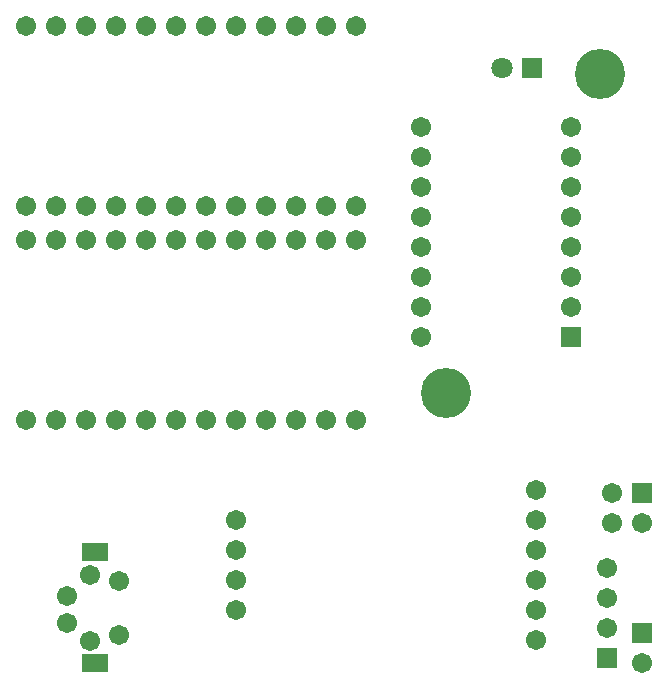
<source format=gbr>
G04 DipTrace 3.2.0.1*
G04 TopMask.gbr*
%MOIN*%
G04 #@! TF.FileFunction,Soldermask,Top*
G04 #@! TF.Part,Single*
%ADD25C,0.167*%
%ADD32R,0.087X0.06*%
%ADD34R,0.070992X0.070992*%
%ADD36C,0.070992*%
%ADD38C,0.067055*%
%ADD40R,0.067055X0.067055*%
%ADD42C,0.067055*%
%FSLAX26Y26*%
G04*
G70*
G90*
G75*
G01*
G04 TopMask*
%LPD*%
D42*
X466000Y1324125D3*
X566000D3*
X666000D3*
X766000D3*
X866000D3*
X966000D3*
X1066000D3*
X1166000D3*
X1266000D3*
X1366000D3*
X1466000D3*
X1566000D3*
X466000Y1924125D3*
X566000D3*
X666000D3*
X766000D3*
X866000D3*
X966000D3*
X1066000D3*
X1166000D3*
X1266000D3*
X1366000D3*
X1466000D3*
X1566000D3*
X466000Y2038125D3*
X566000D3*
X666000D3*
X766000D3*
X866000D3*
X966000D3*
X1066000D3*
X1166000D3*
X1266000D3*
X1366000D3*
X1466000D3*
X1566000D3*
X466000Y2638125D3*
X566000D3*
X666000D3*
X766000D3*
X866000D3*
X966000D3*
X1066000D3*
X1166000D3*
X1266000D3*
X1366000D3*
X1466000D3*
X1566000D3*
X1165000Y991125D3*
Y891125D3*
Y791125D3*
Y691125D3*
X2165000Y1091125D3*
Y991125D3*
Y891125D3*
Y791125D3*
Y691125D3*
Y591125D3*
D40*
X2284000Y1600125D3*
D38*
Y1700125D3*
Y1800125D3*
Y1900125D3*
Y2000125D3*
Y2100125D3*
Y2200125D3*
Y2300125D3*
X1784000D3*
Y2200125D3*
Y2100125D3*
Y2000125D3*
Y1900125D3*
Y1800125D3*
Y1700125D3*
Y1600125D3*
D40*
X2404000Y532125D3*
D38*
Y632125D3*
Y732125D3*
Y832125D3*
D40*
X2521000Y616125D3*
D38*
Y516125D3*
D40*
X2518000Y1081125D3*
D38*
Y981125D3*
X2418000Y1081125D3*
Y981125D3*
D36*
X2053000Y2497125D3*
D34*
X2153000D3*
D42*
X680000Y588125D3*
Y808125D3*
X602000Y647125D3*
Y737125D3*
X775000Y608125D3*
Y788125D3*
D32*
X696000Y513125D3*
Y883125D3*
D25*
X2380000Y2479125D3*
X1867000Y1414125D3*
M02*

</source>
